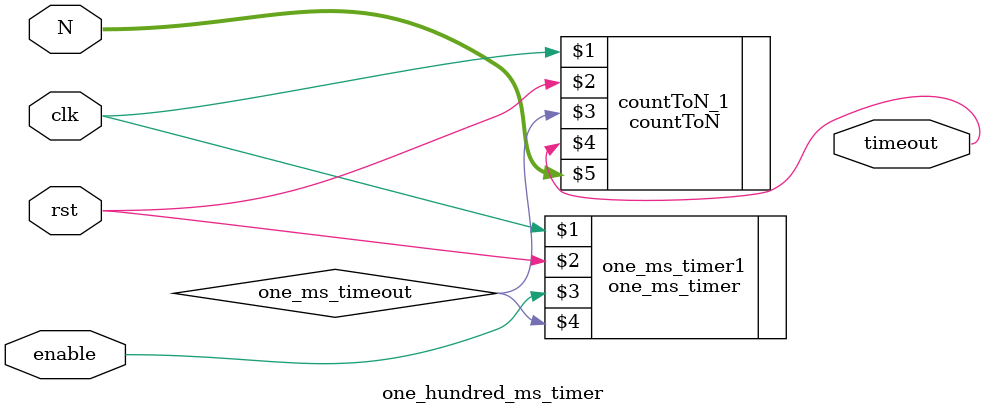
<source format=v>
module one_hundred_ms_timer(clk, rst, enable, timeout, N);

	input clk, rst, enable;
	input[9:0] N;
	output timeout;

	wire one_ms_timeout;

	one_ms_timer one_ms_timer1(clk, rst, enable, one_ms_timeout);
	countToN countToN_1(clk, rst, one_ms_timeout, timeout, N);
endmodule
</source>
